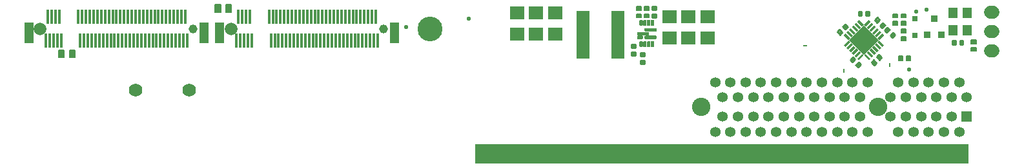
<source format=gts>
G75*
%MOIN*%
%OFA0B0*%
%FSLAX25Y25*%
%IPPOS*%
%LPD*%
%AMOC8*
5,1,8,0,0,1.08239X$1,22.5*
%
%ADD10C,0.12838*%
%ADD11R,2.55118X0.10433*%
%ADD12C,0.06933*%
%ADD13R,0.02165X0.00984*%
%ADD14R,0.00984X0.02165*%
%ADD15R,0.03390X0.08901*%
%ADD16R,0.01421X0.07622*%
%ADD17C,0.04571*%
%ADD18C,0.06539*%
%ADD19R,0.04964X0.11067*%
%ADD20C,0.05358*%
%ADD21R,0.05358X0.05358*%
%ADD22C,0.09492*%
%ADD23C,0.00651*%
%ADD24R,0.01240X0.03440*%
%ADD25R,0.10840X0.10840*%
%ADD26C,0.01041*%
%ADD27C,0.06602*%
%ADD28R,0.03390X0.03783*%
%ADD29R,0.02602X0.02602*%
%ADD30R,0.04571X0.05358*%
%ADD31C,0.00039*%
%ADD32R,0.07327X0.06539*%
%ADD33R,0.06657X0.24768*%
%ADD34C,0.00678*%
%ADD35C,0.02209*%
D10*
X0224597Y0078123D03*
D11*
X0375187Y0013260D03*
D12*
X0072431Y0046233D03*
X0099990Y0046233D03*
D13*
X0418002Y0069166D03*
D14*
X0438081Y0056371D03*
X0461782Y0059323D03*
D15*
X0460226Y0013752D03*
X0456289Y0013752D03*
X0452352Y0013752D03*
X0448415Y0013752D03*
X0444478Y0013752D03*
X0440541Y0013752D03*
X0436604Y0013752D03*
X0432667Y0013752D03*
X0428730Y0013752D03*
X0424793Y0013752D03*
X0420856Y0013752D03*
X0416919Y0013752D03*
X0412982Y0013752D03*
X0409045Y0013752D03*
X0389360Y0013752D03*
X0385423Y0013752D03*
X0381486Y0013752D03*
X0377549Y0013752D03*
X0373612Y0013752D03*
X0369675Y0013752D03*
X0365738Y0013752D03*
X0361801Y0013752D03*
X0357864Y0013752D03*
X0353927Y0013752D03*
X0349990Y0013752D03*
X0346053Y0013752D03*
X0342116Y0013752D03*
X0338179Y0013752D03*
X0334242Y0013752D03*
X0330305Y0013752D03*
X0326368Y0013752D03*
X0322431Y0013752D03*
X0318494Y0013752D03*
X0314557Y0013752D03*
X0310620Y0013752D03*
X0306683Y0013752D03*
X0302746Y0013752D03*
X0298809Y0013752D03*
X0294872Y0013752D03*
X0290935Y0013752D03*
X0286998Y0013752D03*
X0283061Y0013752D03*
X0279124Y0013752D03*
X0275187Y0013752D03*
X0271250Y0013752D03*
X0267313Y0013752D03*
X0263376Y0013752D03*
X0259439Y0013752D03*
X0255502Y0013752D03*
X0251565Y0013752D03*
X0464163Y0013752D03*
X0468100Y0013752D03*
X0472037Y0013752D03*
X0475975Y0013752D03*
X0479912Y0013752D03*
X0483849Y0013752D03*
X0487786Y0013752D03*
X0491723Y0013752D03*
X0495660Y0013752D03*
X0499597Y0013752D03*
D16*
X0197431Y0071971D03*
X0195463Y0071971D03*
X0193494Y0071971D03*
X0191526Y0071971D03*
X0189557Y0071971D03*
X0187589Y0071971D03*
X0185620Y0071971D03*
X0183652Y0071971D03*
X0181683Y0071971D03*
X0179715Y0071971D03*
X0177746Y0071971D03*
X0175778Y0071971D03*
X0173809Y0071971D03*
X0171841Y0071971D03*
X0169872Y0071971D03*
X0167904Y0071971D03*
X0165935Y0071971D03*
X0163967Y0071971D03*
X0161998Y0071971D03*
X0160030Y0071971D03*
X0158061Y0071971D03*
X0156093Y0071971D03*
X0154124Y0071971D03*
X0152156Y0071971D03*
X0150187Y0071971D03*
X0148219Y0071971D03*
X0146250Y0071971D03*
X0144282Y0071971D03*
X0142313Y0071971D03*
X0132471Y0071971D03*
X0130502Y0071971D03*
X0128534Y0071971D03*
X0126565Y0071971D03*
X0124597Y0071971D03*
X0099006Y0071971D03*
X0097037Y0071971D03*
X0095069Y0071971D03*
X0093100Y0071971D03*
X0091132Y0071971D03*
X0089163Y0071971D03*
X0087195Y0071971D03*
X0085226Y0071971D03*
X0083258Y0071971D03*
X0081289Y0071971D03*
X0079321Y0071971D03*
X0077352Y0071971D03*
X0075384Y0071971D03*
X0073415Y0071971D03*
X0071447Y0071971D03*
X0069478Y0071971D03*
X0067510Y0071971D03*
X0065541Y0071971D03*
X0063573Y0071971D03*
X0061604Y0071971D03*
X0059636Y0071971D03*
X0057667Y0071971D03*
X0055699Y0071971D03*
X0053730Y0071971D03*
X0051762Y0071971D03*
X0049793Y0071971D03*
X0047825Y0071971D03*
X0045856Y0071971D03*
X0043888Y0071971D03*
X0034045Y0071971D03*
X0032077Y0071971D03*
X0030108Y0071971D03*
X0028140Y0071971D03*
X0026171Y0071971D03*
X0027156Y0084274D03*
X0029124Y0084274D03*
X0031093Y0084274D03*
X0033061Y0084274D03*
X0042904Y0084274D03*
X0044872Y0084274D03*
X0046841Y0084274D03*
X0048809Y0084274D03*
X0050778Y0084274D03*
X0052746Y0084274D03*
X0054715Y0084274D03*
X0056683Y0084274D03*
X0058652Y0084274D03*
X0060620Y0084274D03*
X0062589Y0084274D03*
X0064557Y0084274D03*
X0066526Y0084274D03*
X0068494Y0084274D03*
X0070463Y0084274D03*
X0072431Y0084274D03*
X0074400Y0084274D03*
X0076368Y0084274D03*
X0078337Y0084274D03*
X0080305Y0084274D03*
X0082274Y0084274D03*
X0084242Y0084274D03*
X0086211Y0084274D03*
X0088179Y0084274D03*
X0090148Y0084274D03*
X0092116Y0084274D03*
X0094085Y0084274D03*
X0096053Y0084274D03*
X0098022Y0084274D03*
X0125581Y0084274D03*
X0127549Y0084274D03*
X0129518Y0084274D03*
X0131486Y0084274D03*
X0141329Y0084274D03*
X0143297Y0084274D03*
X0145266Y0084274D03*
X0147234Y0084274D03*
X0149203Y0084274D03*
X0151171Y0084274D03*
X0153140Y0084274D03*
X0155108Y0084274D03*
X0157077Y0084274D03*
X0159045Y0084274D03*
X0161014Y0084274D03*
X0162982Y0084274D03*
X0164951Y0084274D03*
X0166919Y0084274D03*
X0168888Y0084274D03*
X0170856Y0084274D03*
X0172825Y0084274D03*
X0174793Y0084274D03*
X0176762Y0084274D03*
X0178730Y0084274D03*
X0180699Y0084274D03*
X0182667Y0084274D03*
X0184636Y0084274D03*
X0186604Y0084274D03*
X0188573Y0084274D03*
X0190541Y0084274D03*
X0192510Y0084274D03*
X0194478Y0084274D03*
X0196447Y0084274D03*
D17*
X0200384Y0078123D03*
X0101959Y0078123D03*
D18*
X0121644Y0078123D03*
X0023219Y0078123D03*
D19*
X0017510Y0075957D03*
X0107667Y0075957D03*
X0115935Y0075957D03*
X0206093Y0075957D03*
D20*
X0371644Y0050367D03*
X0379518Y0050367D03*
X0387392Y0050367D03*
X0395266Y0050367D03*
X0403140Y0050367D03*
X0411014Y0050367D03*
X0418888Y0050367D03*
X0426762Y0050367D03*
X0434636Y0050367D03*
X0442510Y0050367D03*
X0450384Y0050367D03*
X0466132Y0050367D03*
X0474006Y0050367D03*
X0481880Y0050367D03*
X0489754Y0050367D03*
X0497628Y0050367D03*
X0493691Y0042493D03*
X0501565Y0042493D03*
X0485817Y0042493D03*
X0477943Y0042493D03*
X0470069Y0042493D03*
X0462195Y0042493D03*
X0446447Y0042493D03*
X0438573Y0042493D03*
X0430699Y0042493D03*
X0422825Y0042493D03*
X0414951Y0042493D03*
X0407077Y0042493D03*
X0399203Y0042493D03*
X0391329Y0042493D03*
X0383455Y0042493D03*
X0375581Y0042493D03*
X0375581Y0032650D03*
X0383455Y0032650D03*
X0391329Y0032650D03*
X0399203Y0032650D03*
X0407077Y0032650D03*
X0414951Y0032650D03*
X0422825Y0032650D03*
X0430699Y0032650D03*
X0438573Y0032650D03*
X0446447Y0032650D03*
X0462195Y0032650D03*
X0470069Y0032650D03*
X0477943Y0032650D03*
X0485817Y0032650D03*
X0493691Y0032650D03*
X0489754Y0024776D03*
X0481880Y0024776D03*
X0474006Y0024776D03*
X0466132Y0024776D03*
X0450384Y0024776D03*
X0442510Y0024776D03*
X0434636Y0024776D03*
X0426762Y0024776D03*
X0418888Y0024776D03*
X0411014Y0024776D03*
X0403140Y0024776D03*
X0395266Y0024776D03*
X0387392Y0024776D03*
X0379518Y0024776D03*
X0371644Y0024776D03*
X0497628Y0024776D03*
D21*
X0501565Y0032650D03*
D22*
X0455699Y0037571D03*
X0364557Y0037571D03*
D23*
X0466534Y0061595D02*
X0468486Y0061595D01*
X0466534Y0061595D02*
X0466534Y0063941D01*
X0468486Y0063941D01*
X0468486Y0061595D01*
X0468486Y0062245D02*
X0466534Y0062245D01*
X0466534Y0062895D02*
X0468486Y0062895D01*
X0468486Y0063545D02*
X0466534Y0063545D01*
X0470471Y0061595D02*
X0472423Y0061595D01*
X0470471Y0061595D02*
X0470471Y0063941D01*
X0472423Y0063941D01*
X0472423Y0061595D01*
X0472423Y0062245D02*
X0470471Y0062245D01*
X0470471Y0062895D02*
X0472423Y0062895D01*
X0472423Y0063545D02*
X0470471Y0063545D01*
X0470258Y0072028D02*
X0470258Y0073980D01*
X0470258Y0072028D02*
X0467912Y0072028D01*
X0467912Y0073980D01*
X0470258Y0073980D01*
X0470258Y0072678D02*
X0467912Y0072678D01*
X0467912Y0073328D02*
X0470258Y0073328D01*
X0470258Y0073978D02*
X0467912Y0073978D01*
X0470258Y0075965D02*
X0470258Y0077917D01*
X0470258Y0075965D02*
X0467912Y0075965D01*
X0467912Y0077917D01*
X0470258Y0077917D01*
X0470258Y0076615D02*
X0467912Y0076615D01*
X0467912Y0077265D02*
X0470258Y0077265D01*
X0470258Y0077915D02*
X0467912Y0077915D01*
X0467912Y0079902D02*
X0467912Y0081854D01*
X0470258Y0081854D01*
X0470258Y0079902D01*
X0467912Y0079902D01*
X0467912Y0080552D02*
X0470258Y0080552D01*
X0470258Y0081202D02*
X0467912Y0081202D01*
X0467912Y0081852D02*
X0470258Y0081852D01*
X0463581Y0081854D02*
X0463581Y0079902D01*
X0463581Y0081854D02*
X0465927Y0081854D01*
X0465927Y0079902D01*
X0463581Y0079902D01*
X0463581Y0080552D02*
X0465927Y0080552D01*
X0465927Y0081202D02*
X0463581Y0081202D01*
X0463581Y0081852D02*
X0465927Y0081852D01*
X0463581Y0083839D02*
X0463581Y0085791D01*
X0465927Y0085791D01*
X0465927Y0083839D01*
X0463581Y0083839D01*
X0463581Y0084489D02*
X0465927Y0084489D01*
X0465927Y0085139D02*
X0463581Y0085139D01*
X0463581Y0085789D02*
X0465927Y0085789D01*
X0467912Y0085791D02*
X0467912Y0083839D01*
X0467912Y0085791D02*
X0470258Y0085791D01*
X0470258Y0083839D01*
X0467912Y0083839D01*
X0467912Y0084489D02*
X0470258Y0084489D01*
X0470258Y0085139D02*
X0467912Y0085139D01*
X0467912Y0085789D02*
X0470258Y0085789D01*
X0503935Y0072406D02*
X0503935Y0070454D01*
X0503935Y0072406D02*
X0506281Y0072406D01*
X0506281Y0070454D01*
X0503935Y0070454D01*
X0503935Y0071104D02*
X0506281Y0071104D01*
X0506281Y0071754D02*
X0503935Y0071754D01*
X0503935Y0072404D02*
X0506281Y0072404D01*
X0503935Y0068469D02*
X0503935Y0066517D01*
X0503935Y0068469D02*
X0506281Y0068469D01*
X0506281Y0066517D01*
X0503935Y0066517D01*
X0503935Y0067167D02*
X0506281Y0067167D01*
X0506281Y0067817D02*
X0503935Y0067817D01*
X0503935Y0068467D02*
X0506281Y0068467D01*
X0337384Y0083839D02*
X0337384Y0085791D01*
X0337384Y0083839D02*
X0335038Y0083839D01*
X0335038Y0085791D01*
X0337384Y0085791D01*
X0337384Y0084489D02*
X0335038Y0084489D01*
X0335038Y0085139D02*
X0337384Y0085139D01*
X0337384Y0085789D02*
X0335038Y0085789D01*
X0333447Y0085791D02*
X0333447Y0083839D01*
X0331101Y0083839D01*
X0331101Y0085791D01*
X0333447Y0085791D01*
X0333447Y0084489D02*
X0331101Y0084489D01*
X0331101Y0085139D02*
X0333447Y0085139D01*
X0333447Y0085789D02*
X0331101Y0085789D01*
X0333447Y0087776D02*
X0333447Y0089728D01*
X0333447Y0087776D02*
X0331101Y0087776D01*
X0331101Y0089728D01*
X0333447Y0089728D01*
X0333447Y0088426D02*
X0331101Y0088426D01*
X0331101Y0089076D02*
X0333447Y0089076D01*
X0333447Y0089726D02*
X0331101Y0089726D01*
X0337384Y0089728D02*
X0337384Y0087776D01*
X0335038Y0087776D01*
X0335038Y0089728D01*
X0337384Y0089728D01*
X0337384Y0088426D02*
X0335038Y0088426D01*
X0335038Y0089076D02*
X0337384Y0089076D01*
X0337384Y0089726D02*
X0335038Y0089726D01*
D24*
G36*
X0441322Y0073228D02*
X0440445Y0072351D01*
X0438014Y0074782D01*
X0438891Y0075659D01*
X0441322Y0073228D01*
G37*
G36*
X0442714Y0074620D02*
X0441837Y0073743D01*
X0439406Y0076174D01*
X0440283Y0077051D01*
X0442714Y0074620D01*
G37*
G36*
X0444106Y0076012D02*
X0443229Y0075135D01*
X0440798Y0077566D01*
X0441675Y0078443D01*
X0444106Y0076012D01*
G37*
G36*
X0455156Y0078443D02*
X0456033Y0077566D01*
X0453602Y0075135D01*
X0452725Y0076012D01*
X0455156Y0078443D01*
G37*
G36*
X0453764Y0079835D02*
X0454641Y0078958D01*
X0452210Y0076527D01*
X0451333Y0077404D01*
X0453764Y0079835D01*
G37*
G36*
X0452372Y0081227D02*
X0453249Y0080350D01*
X0450818Y0077919D01*
X0449941Y0078796D01*
X0452372Y0081227D01*
G37*
G36*
X0450981Y0082619D02*
X0451858Y0081742D01*
X0449427Y0079311D01*
X0448550Y0080188D01*
X0450981Y0082619D01*
G37*
G36*
X0448281Y0080188D02*
X0447404Y0079311D01*
X0444973Y0081742D01*
X0445850Y0082619D01*
X0448281Y0080188D01*
G37*
G36*
X0446889Y0078796D02*
X0446012Y0077919D01*
X0443581Y0080350D01*
X0444458Y0081227D01*
X0446889Y0078796D01*
G37*
G36*
X0445497Y0077404D02*
X0444620Y0076527D01*
X0442189Y0078958D01*
X0443066Y0079835D01*
X0445497Y0077404D01*
G37*
G36*
X0456548Y0077051D02*
X0457425Y0076174D01*
X0454994Y0073743D01*
X0454117Y0074620D01*
X0456548Y0077051D01*
G37*
G36*
X0457940Y0075659D02*
X0458817Y0074782D01*
X0456386Y0072351D01*
X0455509Y0073228D01*
X0457940Y0075659D01*
G37*
G36*
X0458817Y0069652D02*
X0457940Y0068775D01*
X0455509Y0071206D01*
X0456386Y0072083D01*
X0458817Y0069652D01*
G37*
G36*
X0457425Y0068260D02*
X0456548Y0067383D01*
X0454117Y0069814D01*
X0454994Y0070691D01*
X0457425Y0068260D01*
G37*
G36*
X0456033Y0066868D02*
X0455156Y0065991D01*
X0452725Y0068422D01*
X0453602Y0069299D01*
X0456033Y0066868D01*
G37*
G36*
X0454641Y0065476D02*
X0453764Y0064599D01*
X0451333Y0067030D01*
X0452210Y0067907D01*
X0454641Y0065476D01*
G37*
G36*
X0453249Y0064084D02*
X0452372Y0063207D01*
X0449941Y0065638D01*
X0450818Y0066515D01*
X0453249Y0064084D01*
G37*
G36*
X0451858Y0062692D02*
X0450981Y0061815D01*
X0448550Y0064246D01*
X0449427Y0065123D01*
X0451858Y0062692D01*
G37*
G36*
X0447404Y0065123D02*
X0448281Y0064246D01*
X0445850Y0061815D01*
X0444973Y0062692D01*
X0447404Y0065123D01*
G37*
G36*
X0446012Y0066515D02*
X0446889Y0065638D01*
X0444458Y0063207D01*
X0443581Y0064084D01*
X0446012Y0066515D01*
G37*
G36*
X0444620Y0067907D02*
X0445497Y0067030D01*
X0443066Y0064599D01*
X0442189Y0065476D01*
X0444620Y0067907D01*
G37*
G36*
X0443229Y0069299D02*
X0444106Y0068422D01*
X0441675Y0065991D01*
X0440798Y0066868D01*
X0443229Y0069299D01*
G37*
G36*
X0441837Y0070691D02*
X0442714Y0069814D01*
X0440283Y0067383D01*
X0439406Y0068260D01*
X0441837Y0070691D01*
G37*
G36*
X0440445Y0072083D02*
X0441322Y0071206D01*
X0438891Y0068775D01*
X0438014Y0069652D01*
X0440445Y0072083D01*
G37*
D25*
G36*
X0440750Y0072217D02*
X0448415Y0079882D01*
X0456080Y0072217D01*
X0448415Y0064552D01*
X0440750Y0072217D01*
G37*
D26*
X0437243Y0076198D02*
X0436139Y0075094D01*
X0434757Y0076476D01*
X0435861Y0077580D01*
X0437243Y0076198D01*
X0437179Y0076134D02*
X0435099Y0076134D01*
X0435455Y0077174D02*
X0436267Y0077174D01*
X0438923Y0077878D02*
X0440027Y0078982D01*
X0438923Y0077878D02*
X0437541Y0079260D01*
X0438645Y0080364D01*
X0440027Y0078982D01*
X0439963Y0078918D02*
X0437883Y0078918D01*
X0438239Y0079958D02*
X0439051Y0079958D01*
X0455430Y0083907D02*
X0456534Y0082803D01*
X0455152Y0081421D01*
X0454048Y0082525D01*
X0455430Y0083907D01*
X0456192Y0082461D02*
X0454112Y0082461D01*
X0455024Y0083501D02*
X0455836Y0083501D01*
X0451165Y0086975D02*
X0449603Y0086975D01*
X0451165Y0086975D02*
X0451165Y0085019D01*
X0449603Y0085019D01*
X0449603Y0086975D01*
X0449603Y0086059D02*
X0451165Y0086059D01*
X0447228Y0086975D02*
X0445666Y0086975D01*
X0447228Y0086975D02*
X0447228Y0085019D01*
X0445666Y0085019D01*
X0445666Y0086975D01*
X0445666Y0086059D02*
X0447228Y0086059D01*
X0458214Y0081123D02*
X0459318Y0080019D01*
X0457936Y0078637D01*
X0456832Y0079741D01*
X0458214Y0081123D01*
X0458976Y0079677D02*
X0456896Y0079677D01*
X0457808Y0080717D02*
X0458620Y0080717D01*
X0459166Y0077407D02*
X0460270Y0076303D01*
X0459166Y0077407D02*
X0460548Y0078789D01*
X0461652Y0077685D01*
X0460270Y0076303D01*
X0461310Y0077343D02*
X0459230Y0077343D01*
X0460142Y0078383D02*
X0460954Y0078383D01*
X0461950Y0074623D02*
X0463054Y0073519D01*
X0461950Y0074623D02*
X0463332Y0076005D01*
X0464436Y0074901D01*
X0463054Y0073519D01*
X0464094Y0074559D02*
X0462014Y0074559D01*
X0462926Y0075599D02*
X0463738Y0075599D01*
X0494091Y0070058D02*
X0495653Y0070058D01*
X0494091Y0070058D02*
X0494091Y0072014D01*
X0495653Y0072014D01*
X0495653Y0070058D01*
X0495653Y0071098D02*
X0494091Y0071098D01*
X0498028Y0070058D02*
X0499590Y0070058D01*
X0498028Y0070058D02*
X0498028Y0072014D01*
X0499590Y0072014D01*
X0499590Y0070058D01*
X0499590Y0071098D02*
X0498028Y0071098D01*
X0456164Y0064616D02*
X0455060Y0063512D01*
X0456164Y0064616D02*
X0457546Y0063234D01*
X0456442Y0062130D01*
X0455060Y0063512D01*
X0455402Y0063170D02*
X0457482Y0063170D01*
X0456570Y0064210D02*
X0455758Y0064210D01*
X0453381Y0061832D02*
X0452277Y0060728D01*
X0453381Y0061832D02*
X0454763Y0060450D01*
X0453659Y0059346D01*
X0452277Y0060728D01*
X0452619Y0060386D02*
X0454699Y0060386D01*
X0453787Y0061426D02*
X0452975Y0061426D01*
X0445338Y0058165D02*
X0444234Y0059269D01*
X0445616Y0060651D01*
X0446720Y0059547D01*
X0445338Y0058165D01*
X0446378Y0059205D02*
X0444298Y0059205D01*
X0445210Y0060245D02*
X0446022Y0060245D01*
X0442554Y0060949D02*
X0441450Y0062053D01*
X0442832Y0063435D01*
X0443936Y0062331D01*
X0442554Y0060949D01*
X0443594Y0061989D02*
X0441514Y0061989D01*
X0442426Y0063029D02*
X0443238Y0063029D01*
X0339170Y0084034D02*
X0339170Y0085596D01*
X0341126Y0085596D01*
X0341126Y0084034D01*
X0339170Y0084034D01*
X0339170Y0085074D02*
X0341126Y0085074D01*
X0339170Y0087971D02*
X0339170Y0089533D01*
X0341126Y0089533D01*
X0341126Y0087971D01*
X0339170Y0087971D01*
X0339170Y0089011D02*
X0341126Y0089011D01*
X0328540Y0069848D02*
X0328540Y0068286D01*
X0328540Y0069848D02*
X0330496Y0069848D01*
X0330496Y0068286D01*
X0328540Y0068286D01*
X0328540Y0069326D02*
X0330496Y0069326D01*
X0328540Y0065911D02*
X0328540Y0064349D01*
X0328540Y0065911D02*
X0330496Y0065911D01*
X0330496Y0064349D01*
X0328540Y0064349D01*
X0328540Y0065389D02*
X0330496Y0065389D01*
X0333067Y0065518D02*
X0333067Y0063956D01*
X0333067Y0065518D02*
X0335023Y0065518D01*
X0335023Y0063956D01*
X0333067Y0063956D01*
X0333067Y0064996D02*
X0335023Y0064996D01*
X0333067Y0061581D02*
X0333067Y0060019D01*
X0333067Y0061581D02*
X0335023Y0061581D01*
X0335023Y0060019D01*
X0333067Y0060019D01*
X0333067Y0061059D02*
X0335023Y0061059D01*
D27*
X0513921Y0066548D02*
X0515193Y0066548D01*
X0515193Y0076548D02*
X0513921Y0076548D01*
X0513921Y0086548D02*
X0515193Y0086548D01*
D28*
X0484833Y0083241D03*
X0488573Y0074973D03*
X0481093Y0074973D03*
D29*
X0474793Y0074579D03*
X0474793Y0083241D03*
D30*
X0494282Y0086193D03*
X0501762Y0086193D03*
X0501762Y0077138D03*
X0494282Y0077138D03*
D31*
X0341132Y0077434D02*
X0341113Y0077312D01*
X0341057Y0077202D01*
X0340970Y0077115D01*
X0340860Y0077059D01*
X0340738Y0077040D01*
X0335620Y0077040D01*
X0335499Y0077059D01*
X0335389Y0077115D01*
X0335302Y0077202D01*
X0335246Y0077312D01*
X0335226Y0077434D01*
X0335226Y0078024D01*
X0335246Y0078146D01*
X0335302Y0078255D01*
X0335389Y0078343D01*
X0335499Y0078399D01*
X0335620Y0078418D01*
X0340738Y0078418D01*
X0340860Y0078399D01*
X0340970Y0078343D01*
X0341057Y0078255D01*
X0341113Y0078146D01*
X0341132Y0078024D01*
X0341132Y0077434D01*
X0341132Y0077442D02*
X0335226Y0077442D01*
X0335231Y0077405D02*
X0341127Y0077405D01*
X0341121Y0077367D02*
X0335237Y0077367D01*
X0335243Y0077329D02*
X0341115Y0077329D01*
X0341102Y0077291D02*
X0335256Y0077291D01*
X0335276Y0077253D02*
X0341083Y0077253D01*
X0341063Y0077215D02*
X0335295Y0077215D01*
X0335326Y0077177D02*
X0341032Y0077177D01*
X0340994Y0077139D02*
X0335364Y0077139D01*
X0335415Y0077102D02*
X0340943Y0077102D01*
X0340869Y0077064D02*
X0335490Y0077064D01*
X0335226Y0077480D02*
X0341132Y0077480D01*
X0341132Y0077518D02*
X0335226Y0077518D01*
X0335226Y0077556D02*
X0341132Y0077556D01*
X0341132Y0077594D02*
X0335226Y0077594D01*
X0335226Y0077632D02*
X0341132Y0077632D01*
X0341132Y0077670D02*
X0335226Y0077670D01*
X0335226Y0077708D02*
X0341132Y0077708D01*
X0341132Y0077746D02*
X0335226Y0077746D01*
X0335226Y0077783D02*
X0341132Y0077783D01*
X0341132Y0077821D02*
X0335226Y0077821D01*
X0335226Y0077859D02*
X0341132Y0077859D01*
X0341132Y0077897D02*
X0335226Y0077897D01*
X0335226Y0077935D02*
X0341132Y0077935D01*
X0341132Y0077973D02*
X0335226Y0077973D01*
X0335226Y0078011D02*
X0341132Y0078011D01*
X0341128Y0078049D02*
X0335230Y0078049D01*
X0335236Y0078086D02*
X0341122Y0078086D01*
X0341116Y0078124D02*
X0335242Y0078124D01*
X0335254Y0078162D02*
X0341104Y0078162D01*
X0341085Y0078200D02*
X0335273Y0078200D01*
X0335293Y0078238D02*
X0341066Y0078238D01*
X0341036Y0078276D02*
X0335322Y0078276D01*
X0335360Y0078314D02*
X0340999Y0078314D01*
X0340952Y0078352D02*
X0335407Y0078352D01*
X0335481Y0078390D02*
X0340878Y0078390D01*
X0339690Y0079969D02*
X0339580Y0079913D01*
X0339459Y0079894D01*
X0338868Y0079894D01*
X0338747Y0079913D01*
X0338637Y0079969D01*
X0338550Y0080056D01*
X0339777Y0080056D01*
X0339690Y0079969D01*
X0339701Y0079981D02*
X0338626Y0079981D01*
X0338588Y0080018D02*
X0339739Y0080018D01*
X0339777Y0080056D02*
X0339833Y0080166D01*
X0339852Y0080288D01*
X0339852Y0082256D01*
X0339833Y0082378D01*
X0339777Y0082488D01*
X0339690Y0082575D01*
X0339580Y0082631D01*
X0339459Y0082650D01*
X0338868Y0082650D01*
X0338747Y0082631D01*
X0338637Y0082575D01*
X0338550Y0082488D01*
X0338494Y0082378D01*
X0338475Y0082256D01*
X0338475Y0080288D01*
X0338494Y0080166D01*
X0338550Y0080056D01*
X0338530Y0080094D02*
X0339797Y0080094D01*
X0339816Y0080132D02*
X0338511Y0080132D01*
X0338493Y0080170D02*
X0339834Y0080170D01*
X0339840Y0080208D02*
X0338487Y0080208D01*
X0338481Y0080246D02*
X0339846Y0080246D01*
X0339852Y0080284D02*
X0338475Y0080284D01*
X0338475Y0080321D02*
X0339852Y0080321D01*
X0339852Y0080359D02*
X0338475Y0080359D01*
X0338475Y0080397D02*
X0339852Y0080397D01*
X0339852Y0080435D02*
X0338475Y0080435D01*
X0338475Y0080473D02*
X0339852Y0080473D01*
X0339852Y0080511D02*
X0338475Y0080511D01*
X0338475Y0080549D02*
X0339852Y0080549D01*
X0339852Y0080587D02*
X0338475Y0080587D01*
X0338475Y0080625D02*
X0339852Y0080625D01*
X0339852Y0080662D02*
X0338475Y0080662D01*
X0338475Y0080700D02*
X0339852Y0080700D01*
X0339852Y0080738D02*
X0338475Y0080738D01*
X0338475Y0080776D02*
X0339852Y0080776D01*
X0339852Y0080814D02*
X0338475Y0080814D01*
X0338475Y0080852D02*
X0339852Y0080852D01*
X0339852Y0080890D02*
X0338475Y0080890D01*
X0338475Y0080928D02*
X0339852Y0080928D01*
X0339852Y0080965D02*
X0338475Y0080965D01*
X0338475Y0081003D02*
X0339852Y0081003D01*
X0339852Y0081041D02*
X0338475Y0081041D01*
X0338475Y0081079D02*
X0339852Y0081079D01*
X0339852Y0081117D02*
X0338475Y0081117D01*
X0338475Y0081155D02*
X0339852Y0081155D01*
X0339852Y0081193D02*
X0338475Y0081193D01*
X0338475Y0081231D02*
X0339852Y0081231D01*
X0339852Y0081269D02*
X0338475Y0081269D01*
X0338475Y0081306D02*
X0339852Y0081306D01*
X0339852Y0081344D02*
X0338475Y0081344D01*
X0338475Y0081382D02*
X0339852Y0081382D01*
X0339852Y0081420D02*
X0338475Y0081420D01*
X0338475Y0081458D02*
X0339852Y0081458D01*
X0339852Y0081496D02*
X0338475Y0081496D01*
X0338475Y0081534D02*
X0339852Y0081534D01*
X0339852Y0081572D02*
X0338475Y0081572D01*
X0338475Y0081609D02*
X0339852Y0081609D01*
X0339852Y0081647D02*
X0338475Y0081647D01*
X0338475Y0081685D02*
X0339852Y0081685D01*
X0339852Y0081723D02*
X0338475Y0081723D01*
X0338475Y0081761D02*
X0339852Y0081761D01*
X0339852Y0081799D02*
X0338475Y0081799D01*
X0338475Y0081837D02*
X0339852Y0081837D01*
X0339852Y0081875D02*
X0338475Y0081875D01*
X0338475Y0081913D02*
X0339852Y0081913D01*
X0339852Y0081950D02*
X0338475Y0081950D01*
X0338475Y0081988D02*
X0339852Y0081988D01*
X0339852Y0082026D02*
X0338475Y0082026D01*
X0338475Y0082064D02*
X0339852Y0082064D01*
X0339852Y0082102D02*
X0338475Y0082102D01*
X0338475Y0082140D02*
X0339852Y0082140D01*
X0339852Y0082178D02*
X0338475Y0082178D01*
X0338475Y0082216D02*
X0339852Y0082216D01*
X0339852Y0082253D02*
X0338475Y0082253D01*
X0338480Y0082291D02*
X0339847Y0082291D01*
X0339841Y0082329D02*
X0338486Y0082329D01*
X0338492Y0082367D02*
X0339835Y0082367D01*
X0339819Y0082405D02*
X0338507Y0082405D01*
X0338527Y0082443D02*
X0339800Y0082443D01*
X0339781Y0082481D02*
X0338546Y0082481D01*
X0338581Y0082519D02*
X0339746Y0082519D01*
X0339709Y0082556D02*
X0338618Y0082556D01*
X0338675Y0082594D02*
X0339652Y0082594D01*
X0339571Y0082632D02*
X0338756Y0082632D01*
X0337865Y0082378D02*
X0337884Y0082256D01*
X0337884Y0080288D01*
X0337865Y0080166D01*
X0337809Y0080056D01*
X0336581Y0080056D01*
X0336525Y0080166D01*
X0336506Y0080288D01*
X0336506Y0082256D01*
X0336525Y0082378D01*
X0336581Y0082488D01*
X0336668Y0082575D01*
X0336778Y0082631D01*
X0336900Y0082650D01*
X0337490Y0082650D01*
X0337612Y0082631D01*
X0337722Y0082575D01*
X0337809Y0082488D01*
X0337865Y0082378D01*
X0337866Y0082367D02*
X0336524Y0082367D01*
X0336518Y0082329D02*
X0337872Y0082329D01*
X0337878Y0082291D02*
X0336512Y0082291D01*
X0336506Y0082253D02*
X0337884Y0082253D01*
X0337884Y0082216D02*
X0336506Y0082216D01*
X0336506Y0082178D02*
X0337884Y0082178D01*
X0337884Y0082140D02*
X0336506Y0082140D01*
X0336506Y0082102D02*
X0337884Y0082102D01*
X0337884Y0082064D02*
X0336506Y0082064D01*
X0336506Y0082026D02*
X0337884Y0082026D01*
X0337884Y0081988D02*
X0336506Y0081988D01*
X0336506Y0081950D02*
X0337884Y0081950D01*
X0337884Y0081913D02*
X0336506Y0081913D01*
X0336506Y0081875D02*
X0337884Y0081875D01*
X0337884Y0081837D02*
X0336506Y0081837D01*
X0336506Y0081799D02*
X0337884Y0081799D01*
X0337884Y0081761D02*
X0336506Y0081761D01*
X0336506Y0081723D02*
X0337884Y0081723D01*
X0337884Y0081685D02*
X0336506Y0081685D01*
X0336506Y0081647D02*
X0337884Y0081647D01*
X0337884Y0081609D02*
X0336506Y0081609D01*
X0336506Y0081572D02*
X0337884Y0081572D01*
X0337884Y0081534D02*
X0336506Y0081534D01*
X0336506Y0081496D02*
X0337884Y0081496D01*
X0337884Y0081458D02*
X0336506Y0081458D01*
X0336506Y0081420D02*
X0337884Y0081420D01*
X0337884Y0081382D02*
X0336506Y0081382D01*
X0336506Y0081344D02*
X0337884Y0081344D01*
X0337884Y0081306D02*
X0336506Y0081306D01*
X0336506Y0081269D02*
X0337884Y0081269D01*
X0337884Y0081231D02*
X0336506Y0081231D01*
X0336506Y0081193D02*
X0337884Y0081193D01*
X0337884Y0081155D02*
X0336506Y0081155D01*
X0336506Y0081117D02*
X0337884Y0081117D01*
X0337884Y0081079D02*
X0336506Y0081079D01*
X0336506Y0081041D02*
X0337884Y0081041D01*
X0337884Y0081003D02*
X0336506Y0081003D01*
X0336506Y0080965D02*
X0337884Y0080965D01*
X0337884Y0080928D02*
X0336506Y0080928D01*
X0336506Y0080890D02*
X0337884Y0080890D01*
X0337884Y0080852D02*
X0336506Y0080852D01*
X0336506Y0080814D02*
X0337884Y0080814D01*
X0337884Y0080776D02*
X0336506Y0080776D01*
X0336506Y0080738D02*
X0337884Y0080738D01*
X0337884Y0080700D02*
X0336506Y0080700D01*
X0336506Y0080662D02*
X0337884Y0080662D01*
X0337884Y0080625D02*
X0336506Y0080625D01*
X0336506Y0080587D02*
X0337884Y0080587D01*
X0337884Y0080549D02*
X0336506Y0080549D01*
X0336506Y0080511D02*
X0337884Y0080511D01*
X0337884Y0080473D02*
X0336506Y0080473D01*
X0336506Y0080435D02*
X0337884Y0080435D01*
X0337884Y0080397D02*
X0336506Y0080397D01*
X0336506Y0080359D02*
X0337884Y0080359D01*
X0337884Y0080321D02*
X0336506Y0080321D01*
X0336507Y0080284D02*
X0337883Y0080284D01*
X0337877Y0080246D02*
X0336513Y0080246D01*
X0336519Y0080208D02*
X0337871Y0080208D01*
X0337865Y0080170D02*
X0336525Y0080170D01*
X0336543Y0080132D02*
X0337847Y0080132D01*
X0337828Y0080094D02*
X0336562Y0080094D01*
X0336581Y0080056D02*
X0336668Y0079969D01*
X0336778Y0079913D01*
X0336900Y0079894D01*
X0337490Y0079894D01*
X0337612Y0079913D01*
X0337722Y0079969D01*
X0337809Y0080056D01*
X0337771Y0080018D02*
X0336619Y0080018D01*
X0336657Y0079981D02*
X0337733Y0079981D01*
X0337669Y0079943D02*
X0336721Y0079943D01*
X0336833Y0079905D02*
X0337557Y0079905D01*
X0338689Y0079943D02*
X0339638Y0079943D01*
X0339526Y0079905D02*
X0338801Y0079905D01*
X0337851Y0082405D02*
X0336539Y0082405D01*
X0336558Y0082443D02*
X0337832Y0082443D01*
X0337812Y0082481D02*
X0336578Y0082481D01*
X0336612Y0082519D02*
X0337778Y0082519D01*
X0337740Y0082556D02*
X0336650Y0082556D01*
X0336707Y0082594D02*
X0337683Y0082594D01*
X0337603Y0082632D02*
X0336787Y0082632D01*
X0335896Y0082378D02*
X0335915Y0082256D01*
X0335915Y0080288D01*
X0335896Y0080166D01*
X0335840Y0080056D01*
X0334613Y0080056D01*
X0334557Y0080166D01*
X0334538Y0080288D01*
X0334538Y0082256D01*
X0334557Y0082378D01*
X0334613Y0082488D01*
X0334700Y0082575D01*
X0334810Y0082631D01*
X0334931Y0082650D01*
X0335522Y0082650D01*
X0335643Y0082631D01*
X0335753Y0082575D01*
X0335840Y0082488D01*
X0335896Y0082378D01*
X0335898Y0082367D02*
X0334555Y0082367D01*
X0334549Y0082329D02*
X0335904Y0082329D01*
X0335910Y0082291D02*
X0334543Y0082291D01*
X0334538Y0082253D02*
X0335915Y0082253D01*
X0335915Y0082216D02*
X0334538Y0082216D01*
X0334538Y0082178D02*
X0335915Y0082178D01*
X0335915Y0082140D02*
X0334538Y0082140D01*
X0334538Y0082102D02*
X0335915Y0082102D01*
X0335915Y0082064D02*
X0334538Y0082064D01*
X0334538Y0082026D02*
X0335915Y0082026D01*
X0335915Y0081988D02*
X0334538Y0081988D01*
X0334538Y0081950D02*
X0335915Y0081950D01*
X0335915Y0081913D02*
X0334538Y0081913D01*
X0334538Y0081875D02*
X0335915Y0081875D01*
X0335915Y0081837D02*
X0334538Y0081837D01*
X0334538Y0081799D02*
X0335915Y0081799D01*
X0335915Y0081761D02*
X0334538Y0081761D01*
X0334538Y0081723D02*
X0335915Y0081723D01*
X0335915Y0081685D02*
X0334538Y0081685D01*
X0334538Y0081647D02*
X0335915Y0081647D01*
X0335915Y0081609D02*
X0334538Y0081609D01*
X0334538Y0081572D02*
X0335915Y0081572D01*
X0335915Y0081534D02*
X0334538Y0081534D01*
X0334538Y0081496D02*
X0335915Y0081496D01*
X0335915Y0081458D02*
X0334538Y0081458D01*
X0334538Y0081420D02*
X0335915Y0081420D01*
X0335915Y0081382D02*
X0334538Y0081382D01*
X0334538Y0081344D02*
X0335915Y0081344D01*
X0335915Y0081306D02*
X0334538Y0081306D01*
X0334538Y0081269D02*
X0335915Y0081269D01*
X0335915Y0081231D02*
X0334538Y0081231D01*
X0334538Y0081193D02*
X0335915Y0081193D01*
X0335915Y0081155D02*
X0334538Y0081155D01*
X0334538Y0081117D02*
X0335915Y0081117D01*
X0335915Y0081079D02*
X0334538Y0081079D01*
X0334538Y0081041D02*
X0335915Y0081041D01*
X0335915Y0081003D02*
X0334538Y0081003D01*
X0334538Y0080965D02*
X0335915Y0080965D01*
X0335915Y0080928D02*
X0334538Y0080928D01*
X0334538Y0080890D02*
X0335915Y0080890D01*
X0335915Y0080852D02*
X0334538Y0080852D01*
X0334538Y0080814D02*
X0335915Y0080814D01*
X0335915Y0080776D02*
X0334538Y0080776D01*
X0334538Y0080738D02*
X0335915Y0080738D01*
X0335915Y0080700D02*
X0334538Y0080700D01*
X0334538Y0080662D02*
X0335915Y0080662D01*
X0335915Y0080625D02*
X0334538Y0080625D01*
X0334538Y0080587D02*
X0335915Y0080587D01*
X0335915Y0080549D02*
X0334538Y0080549D01*
X0334538Y0080511D02*
X0335915Y0080511D01*
X0335915Y0080473D02*
X0334538Y0080473D01*
X0334538Y0080435D02*
X0335915Y0080435D01*
X0335915Y0080397D02*
X0334538Y0080397D01*
X0334538Y0080359D02*
X0335915Y0080359D01*
X0335915Y0080321D02*
X0334538Y0080321D01*
X0334538Y0080284D02*
X0335915Y0080284D01*
X0335909Y0080246D02*
X0334544Y0080246D01*
X0334550Y0080208D02*
X0335903Y0080208D01*
X0335897Y0080170D02*
X0334556Y0080170D01*
X0334574Y0080132D02*
X0335879Y0080132D01*
X0335859Y0080094D02*
X0334593Y0080094D01*
X0334613Y0080056D02*
X0334700Y0079969D01*
X0334810Y0079913D01*
X0334931Y0079894D01*
X0335522Y0079894D01*
X0335643Y0079913D01*
X0335753Y0079969D01*
X0335840Y0080056D01*
X0335802Y0080018D02*
X0334651Y0080018D01*
X0334689Y0079981D02*
X0335764Y0079981D01*
X0335701Y0079943D02*
X0334752Y0079943D01*
X0334864Y0079905D02*
X0335589Y0079905D01*
X0333928Y0080170D02*
X0332588Y0080170D01*
X0332588Y0080166D02*
X0332569Y0080288D01*
X0332569Y0082256D01*
X0332588Y0082378D01*
X0332644Y0082488D01*
X0332731Y0082575D01*
X0332841Y0082631D01*
X0332963Y0082650D01*
X0333553Y0082650D01*
X0333675Y0082631D01*
X0333785Y0082575D01*
X0333872Y0082488D01*
X0333928Y0082378D01*
X0333947Y0082256D01*
X0333947Y0080288D01*
X0333928Y0080166D01*
X0333872Y0080056D01*
X0332644Y0080056D01*
X0332588Y0080166D01*
X0332606Y0080132D02*
X0333910Y0080132D01*
X0333891Y0080094D02*
X0332625Y0080094D01*
X0332644Y0080056D02*
X0332731Y0079969D01*
X0332841Y0079913D01*
X0332963Y0079894D01*
X0333553Y0079894D01*
X0333675Y0079913D01*
X0333785Y0079969D01*
X0333872Y0080056D01*
X0333834Y0080018D02*
X0332682Y0080018D01*
X0332720Y0079981D02*
X0333796Y0079981D01*
X0333732Y0079943D02*
X0332784Y0079943D01*
X0332896Y0079905D02*
X0333620Y0079905D01*
X0333934Y0080208D02*
X0332582Y0080208D01*
X0332576Y0080246D02*
X0333940Y0080246D01*
X0333946Y0080284D02*
X0332570Y0080284D01*
X0332569Y0080321D02*
X0333947Y0080321D01*
X0333947Y0080359D02*
X0332569Y0080359D01*
X0332569Y0080397D02*
X0333947Y0080397D01*
X0333947Y0080435D02*
X0332569Y0080435D01*
X0332569Y0080473D02*
X0333947Y0080473D01*
X0333947Y0080511D02*
X0332569Y0080511D01*
X0332569Y0080549D02*
X0333947Y0080549D01*
X0333947Y0080587D02*
X0332569Y0080587D01*
X0332569Y0080625D02*
X0333947Y0080625D01*
X0333947Y0080662D02*
X0332569Y0080662D01*
X0332569Y0080700D02*
X0333947Y0080700D01*
X0333947Y0080738D02*
X0332569Y0080738D01*
X0332569Y0080776D02*
X0333947Y0080776D01*
X0333947Y0080814D02*
X0332569Y0080814D01*
X0332569Y0080852D02*
X0333947Y0080852D01*
X0333947Y0080890D02*
X0332569Y0080890D01*
X0332569Y0080928D02*
X0333947Y0080928D01*
X0333947Y0080965D02*
X0332569Y0080965D01*
X0332569Y0081003D02*
X0333947Y0081003D01*
X0333947Y0081041D02*
X0332569Y0081041D01*
X0332569Y0081079D02*
X0333947Y0081079D01*
X0333947Y0081117D02*
X0332569Y0081117D01*
X0332569Y0081155D02*
X0333947Y0081155D01*
X0333947Y0081193D02*
X0332569Y0081193D01*
X0332569Y0081231D02*
X0333947Y0081231D01*
X0333947Y0081269D02*
X0332569Y0081269D01*
X0332569Y0081306D02*
X0333947Y0081306D01*
X0333947Y0081344D02*
X0332569Y0081344D01*
X0332569Y0081382D02*
X0333947Y0081382D01*
X0333947Y0081420D02*
X0332569Y0081420D01*
X0332569Y0081458D02*
X0333947Y0081458D01*
X0333947Y0081496D02*
X0332569Y0081496D01*
X0332569Y0081534D02*
X0333947Y0081534D01*
X0333947Y0081572D02*
X0332569Y0081572D01*
X0332569Y0081609D02*
X0333947Y0081609D01*
X0333947Y0081647D02*
X0332569Y0081647D01*
X0332569Y0081685D02*
X0333947Y0081685D01*
X0333947Y0081723D02*
X0332569Y0081723D01*
X0332569Y0081761D02*
X0333947Y0081761D01*
X0333947Y0081799D02*
X0332569Y0081799D01*
X0332569Y0081837D02*
X0333947Y0081837D01*
X0333947Y0081875D02*
X0332569Y0081875D01*
X0332569Y0081913D02*
X0333947Y0081913D01*
X0333947Y0081950D02*
X0332569Y0081950D01*
X0332569Y0081988D02*
X0333947Y0081988D01*
X0333947Y0082026D02*
X0332569Y0082026D01*
X0332569Y0082064D02*
X0333947Y0082064D01*
X0333947Y0082102D02*
X0332569Y0082102D01*
X0332569Y0082140D02*
X0333947Y0082140D01*
X0333947Y0082178D02*
X0332569Y0082178D01*
X0332569Y0082216D02*
X0333947Y0082216D01*
X0333947Y0082253D02*
X0332569Y0082253D01*
X0332575Y0082291D02*
X0333941Y0082291D01*
X0333935Y0082329D02*
X0332581Y0082329D01*
X0332587Y0082367D02*
X0333929Y0082367D01*
X0333914Y0082405D02*
X0332602Y0082405D01*
X0332621Y0082443D02*
X0333895Y0082443D01*
X0333875Y0082481D02*
X0332641Y0082481D01*
X0332675Y0082519D02*
X0333841Y0082519D01*
X0333803Y0082556D02*
X0332713Y0082556D01*
X0332770Y0082594D02*
X0333746Y0082594D01*
X0333666Y0082632D02*
X0332850Y0082632D01*
X0334570Y0082405D02*
X0335882Y0082405D01*
X0335863Y0082443D02*
X0334590Y0082443D01*
X0334609Y0082481D02*
X0335844Y0082481D01*
X0335809Y0082519D02*
X0334644Y0082519D01*
X0334681Y0082556D02*
X0335772Y0082556D01*
X0335715Y0082594D02*
X0334738Y0082594D01*
X0334819Y0082632D02*
X0335634Y0082632D01*
X0336801Y0076449D02*
X0331683Y0076449D01*
X0331562Y0076430D01*
X0331452Y0076374D01*
X0331365Y0076287D01*
X0331309Y0076177D01*
X0331289Y0076056D01*
X0331289Y0075465D01*
X0331309Y0075343D01*
X0331365Y0075234D01*
X0331452Y0075147D01*
X0331562Y0075091D01*
X0331683Y0075071D01*
X0336801Y0075071D01*
X0336923Y0075091D01*
X0337033Y0075147D01*
X0337120Y0075234D01*
X0337176Y0075343D01*
X0337195Y0075465D01*
X0337195Y0076056D01*
X0337176Y0076177D01*
X0337120Y0076287D01*
X0337033Y0076374D01*
X0336923Y0076430D01*
X0336801Y0076449D01*
X0336943Y0076420D02*
X0331541Y0076420D01*
X0331467Y0076382D02*
X0337018Y0076382D01*
X0337063Y0076344D02*
X0331422Y0076344D01*
X0331384Y0076306D02*
X0337101Y0076306D01*
X0337129Y0076268D02*
X0331355Y0076268D01*
X0331336Y0076230D02*
X0337149Y0076230D01*
X0337168Y0076192D02*
X0331316Y0076192D01*
X0331305Y0076155D02*
X0337179Y0076155D01*
X0337185Y0076117D02*
X0331299Y0076117D01*
X0331293Y0076079D02*
X0337191Y0076079D01*
X0337195Y0076041D02*
X0331289Y0076041D01*
X0331289Y0076003D02*
X0337195Y0076003D01*
X0337195Y0075965D02*
X0331289Y0075965D01*
X0331289Y0075927D02*
X0337195Y0075927D01*
X0337195Y0075889D02*
X0331289Y0075889D01*
X0331289Y0075851D02*
X0337195Y0075851D01*
X0337195Y0075814D02*
X0331289Y0075814D01*
X0331289Y0075776D02*
X0337195Y0075776D01*
X0337195Y0075738D02*
X0331289Y0075738D01*
X0331289Y0075700D02*
X0337195Y0075700D01*
X0337195Y0075662D02*
X0331289Y0075662D01*
X0331289Y0075624D02*
X0337195Y0075624D01*
X0337195Y0075586D02*
X0331289Y0075586D01*
X0331289Y0075548D02*
X0337195Y0075548D01*
X0337195Y0075511D02*
X0331289Y0075511D01*
X0331289Y0075473D02*
X0337195Y0075473D01*
X0337190Y0075435D02*
X0331294Y0075435D01*
X0331300Y0075397D02*
X0337184Y0075397D01*
X0337178Y0075359D02*
X0331306Y0075359D01*
X0331320Y0075321D02*
X0337164Y0075321D01*
X0337145Y0075283D02*
X0331339Y0075283D01*
X0331359Y0075245D02*
X0337126Y0075245D01*
X0337094Y0075207D02*
X0331391Y0075207D01*
X0331429Y0075170D02*
X0337056Y0075170D01*
X0337004Y0075132D02*
X0331481Y0075132D01*
X0331555Y0075094D02*
X0336929Y0075094D01*
X0335620Y0074481D02*
X0340738Y0074481D01*
X0340860Y0074462D01*
X0340970Y0074406D01*
X0341057Y0074318D01*
X0341113Y0074209D01*
X0341132Y0074087D01*
X0341132Y0073497D01*
X0341113Y0073375D01*
X0341057Y0073265D01*
X0340970Y0073178D01*
X0340860Y0073122D01*
X0340738Y0073103D01*
X0335620Y0073103D01*
X0335499Y0073122D01*
X0335389Y0073178D01*
X0335302Y0073265D01*
X0335246Y0073375D01*
X0335226Y0073497D01*
X0335226Y0074087D01*
X0335246Y0074209D01*
X0335302Y0074318D01*
X0335389Y0074406D01*
X0335499Y0074462D01*
X0335620Y0074481D01*
X0335476Y0074450D02*
X0340883Y0074450D01*
X0340957Y0074412D02*
X0335401Y0074412D01*
X0335357Y0074374D02*
X0341001Y0074374D01*
X0341039Y0074336D02*
X0335319Y0074336D01*
X0335291Y0074298D02*
X0341067Y0074298D01*
X0341086Y0074260D02*
X0335272Y0074260D01*
X0335253Y0074223D02*
X0341106Y0074223D01*
X0341117Y0074185D02*
X0335242Y0074185D01*
X0335236Y0074147D02*
X0341123Y0074147D01*
X0341129Y0074109D02*
X0335230Y0074109D01*
X0335226Y0074071D02*
X0341132Y0074071D01*
X0341132Y0074033D02*
X0335226Y0074033D01*
X0335226Y0073995D02*
X0341132Y0073995D01*
X0341132Y0073957D02*
X0335226Y0073957D01*
X0335226Y0073920D02*
X0341132Y0073920D01*
X0341132Y0073882D02*
X0335226Y0073882D01*
X0335226Y0073844D02*
X0341132Y0073844D01*
X0341132Y0073806D02*
X0335226Y0073806D01*
X0335226Y0073768D02*
X0341132Y0073768D01*
X0341132Y0073730D02*
X0335226Y0073730D01*
X0335226Y0073692D02*
X0341132Y0073692D01*
X0341132Y0073654D02*
X0335226Y0073654D01*
X0335226Y0073616D02*
X0341132Y0073616D01*
X0341132Y0073579D02*
X0335226Y0073579D01*
X0335226Y0073541D02*
X0341132Y0073541D01*
X0341132Y0073503D02*
X0335226Y0073503D01*
X0335231Y0073465D02*
X0341127Y0073465D01*
X0341121Y0073427D02*
X0335237Y0073427D01*
X0335243Y0073389D02*
X0341115Y0073389D01*
X0341101Y0073351D02*
X0335258Y0073351D01*
X0335277Y0073313D02*
X0341081Y0073313D01*
X0341062Y0073276D02*
X0335296Y0073276D01*
X0335329Y0073238D02*
X0341029Y0073238D01*
X0340991Y0073200D02*
X0335367Y0073200D01*
X0335420Y0073162D02*
X0340938Y0073162D01*
X0340864Y0073124D02*
X0335495Y0073124D01*
X0334026Y0073375D02*
X0333970Y0073265D01*
X0333883Y0073178D01*
X0333773Y0073122D01*
X0333652Y0073103D01*
X0331683Y0073103D01*
X0331562Y0073122D01*
X0331452Y0073178D01*
X0331365Y0073265D01*
X0331309Y0073375D01*
X0331289Y0073497D01*
X0331289Y0074087D01*
X0331309Y0074209D01*
X0331365Y0074318D01*
X0331452Y0074406D01*
X0331562Y0074462D01*
X0331683Y0074481D01*
X0333652Y0074481D01*
X0333773Y0074462D01*
X0333883Y0074406D01*
X0333970Y0074318D01*
X0334026Y0074209D01*
X0334045Y0074087D01*
X0334045Y0073497D01*
X0334026Y0073375D01*
X0334028Y0073389D02*
X0331306Y0073389D01*
X0331300Y0073427D02*
X0334034Y0073427D01*
X0334040Y0073465D02*
X0331294Y0073465D01*
X0331289Y0073503D02*
X0334045Y0073503D01*
X0334045Y0073541D02*
X0331289Y0073541D01*
X0331289Y0073579D02*
X0334045Y0073579D01*
X0334045Y0073616D02*
X0331289Y0073616D01*
X0331289Y0073654D02*
X0334045Y0073654D01*
X0334045Y0073692D02*
X0331289Y0073692D01*
X0331289Y0073730D02*
X0334045Y0073730D01*
X0334045Y0073768D02*
X0331289Y0073768D01*
X0331289Y0073806D02*
X0334045Y0073806D01*
X0334045Y0073844D02*
X0331289Y0073844D01*
X0331289Y0073882D02*
X0334045Y0073882D01*
X0334045Y0073920D02*
X0331289Y0073920D01*
X0331289Y0073957D02*
X0334045Y0073957D01*
X0334045Y0073995D02*
X0331289Y0073995D01*
X0331289Y0074033D02*
X0334045Y0074033D01*
X0334045Y0074071D02*
X0331289Y0074071D01*
X0331293Y0074109D02*
X0334042Y0074109D01*
X0334036Y0074147D02*
X0331299Y0074147D01*
X0331305Y0074185D02*
X0334030Y0074185D01*
X0334019Y0074223D02*
X0331316Y0074223D01*
X0331335Y0074260D02*
X0334000Y0074260D01*
X0333980Y0074298D02*
X0331354Y0074298D01*
X0331382Y0074336D02*
X0333952Y0074336D01*
X0333915Y0074374D02*
X0331420Y0074374D01*
X0331464Y0074412D02*
X0333871Y0074412D01*
X0333796Y0074450D02*
X0331539Y0074450D01*
X0331321Y0073351D02*
X0334014Y0073351D01*
X0333995Y0073313D02*
X0331340Y0073313D01*
X0331359Y0073276D02*
X0333976Y0073276D01*
X0333943Y0073238D02*
X0331392Y0073238D01*
X0331430Y0073200D02*
X0333905Y0073200D01*
X0333851Y0073162D02*
X0331483Y0073162D01*
X0331558Y0073124D02*
X0333777Y0073124D01*
X0333553Y0071626D02*
X0332963Y0071626D01*
X0332841Y0071607D01*
X0332731Y0071551D01*
X0332644Y0071464D01*
X0332588Y0071354D01*
X0332569Y0071233D01*
X0332569Y0069264D01*
X0332588Y0069143D01*
X0332644Y0069033D01*
X0332731Y0068946D01*
X0332841Y0068890D01*
X0332963Y0068871D01*
X0333553Y0068871D01*
X0333675Y0068890D01*
X0333785Y0068946D01*
X0333872Y0069033D01*
X0333928Y0069143D01*
X0333947Y0069264D01*
X0333947Y0071233D01*
X0333928Y0071354D01*
X0333872Y0071464D01*
X0333785Y0071551D01*
X0333675Y0071607D01*
X0333553Y0071626D01*
X0333665Y0071609D02*
X0332851Y0071609D01*
X0332770Y0071571D02*
X0333746Y0071571D01*
X0333803Y0071533D02*
X0332713Y0071533D01*
X0332675Y0071495D02*
X0333841Y0071495D01*
X0333875Y0071457D02*
X0332641Y0071457D01*
X0332621Y0071419D02*
X0333895Y0071419D01*
X0333914Y0071381D02*
X0332602Y0071381D01*
X0332587Y0071344D02*
X0333929Y0071344D01*
X0333935Y0071306D02*
X0332581Y0071306D01*
X0332575Y0071268D02*
X0333941Y0071268D01*
X0333947Y0071230D02*
X0332569Y0071230D01*
X0332569Y0071192D02*
X0333947Y0071192D01*
X0333947Y0071154D02*
X0332569Y0071154D01*
X0332569Y0071116D02*
X0333947Y0071116D01*
X0333947Y0071078D02*
X0332569Y0071078D01*
X0332569Y0071041D02*
X0333947Y0071041D01*
X0333947Y0071003D02*
X0332569Y0071003D01*
X0332569Y0070965D02*
X0333947Y0070965D01*
X0333947Y0070927D02*
X0332569Y0070927D01*
X0332569Y0070889D02*
X0333947Y0070889D01*
X0333947Y0070851D02*
X0332569Y0070851D01*
X0332569Y0070813D02*
X0333947Y0070813D01*
X0333947Y0070775D02*
X0332569Y0070775D01*
X0332569Y0070737D02*
X0333947Y0070737D01*
X0333947Y0070700D02*
X0332569Y0070700D01*
X0332569Y0070662D02*
X0333947Y0070662D01*
X0333947Y0070624D02*
X0332569Y0070624D01*
X0332569Y0070586D02*
X0333947Y0070586D01*
X0333947Y0070548D02*
X0332569Y0070548D01*
X0332569Y0070510D02*
X0333947Y0070510D01*
X0333947Y0070472D02*
X0332569Y0070472D01*
X0332569Y0070434D02*
X0333947Y0070434D01*
X0333947Y0070397D02*
X0332569Y0070397D01*
X0332569Y0070359D02*
X0333947Y0070359D01*
X0333947Y0070321D02*
X0332569Y0070321D01*
X0332569Y0070283D02*
X0333947Y0070283D01*
X0333947Y0070245D02*
X0332569Y0070245D01*
X0332569Y0070207D02*
X0333947Y0070207D01*
X0333947Y0070169D02*
X0332569Y0070169D01*
X0332569Y0070131D02*
X0333947Y0070131D01*
X0333947Y0070094D02*
X0332569Y0070094D01*
X0332569Y0070056D02*
X0333947Y0070056D01*
X0333947Y0070018D02*
X0332569Y0070018D01*
X0332569Y0069980D02*
X0333947Y0069980D01*
X0333947Y0069942D02*
X0332569Y0069942D01*
X0332569Y0069904D02*
X0333947Y0069904D01*
X0333947Y0069866D02*
X0332569Y0069866D01*
X0332569Y0069828D02*
X0333947Y0069828D01*
X0333947Y0069790D02*
X0332569Y0069790D01*
X0332569Y0069753D02*
X0333947Y0069753D01*
X0333947Y0069715D02*
X0332569Y0069715D01*
X0332569Y0069677D02*
X0333947Y0069677D01*
X0333947Y0069639D02*
X0332569Y0069639D01*
X0332569Y0069601D02*
X0333947Y0069601D01*
X0333947Y0069563D02*
X0332569Y0069563D01*
X0332569Y0069525D02*
X0333947Y0069525D01*
X0333947Y0069487D02*
X0332569Y0069487D01*
X0332569Y0069450D02*
X0333947Y0069450D01*
X0333947Y0069412D02*
X0332569Y0069412D01*
X0332569Y0069374D02*
X0333947Y0069374D01*
X0333947Y0069336D02*
X0332569Y0069336D01*
X0332569Y0069298D02*
X0333947Y0069298D01*
X0333946Y0069260D02*
X0332570Y0069260D01*
X0332576Y0069222D02*
X0333940Y0069222D01*
X0333934Y0069184D02*
X0332582Y0069184D01*
X0332588Y0069146D02*
X0333928Y0069146D01*
X0333910Y0069109D02*
X0332606Y0069109D01*
X0332625Y0069071D02*
X0333891Y0069071D01*
X0333872Y0069033D02*
X0332644Y0069033D01*
X0332682Y0068995D02*
X0333834Y0068995D01*
X0333796Y0068957D02*
X0332720Y0068957D01*
X0332783Y0068919D02*
X0333733Y0068919D01*
X0333621Y0068881D02*
X0332895Y0068881D01*
X0334556Y0069146D02*
X0335897Y0069146D01*
X0335896Y0069143D02*
X0335840Y0069033D01*
X0334613Y0069033D01*
X0334557Y0069143D01*
X0334538Y0069264D01*
X0334538Y0071233D01*
X0334557Y0071354D01*
X0334613Y0071464D01*
X0334700Y0071551D01*
X0334810Y0071607D01*
X0334931Y0071626D01*
X0335522Y0071626D01*
X0335643Y0071607D01*
X0335753Y0071551D01*
X0335840Y0071464D01*
X0335896Y0071354D01*
X0335915Y0071233D01*
X0335915Y0069264D01*
X0335896Y0069143D01*
X0335879Y0069109D02*
X0334574Y0069109D01*
X0334593Y0069071D02*
X0335860Y0069071D01*
X0335840Y0069033D02*
X0335753Y0068946D01*
X0335643Y0068890D01*
X0335522Y0068871D01*
X0334931Y0068871D01*
X0334810Y0068890D01*
X0334700Y0068946D01*
X0334613Y0069033D01*
X0334651Y0068995D02*
X0335802Y0068995D01*
X0335764Y0068957D02*
X0334688Y0068957D01*
X0334752Y0068919D02*
X0335701Y0068919D01*
X0335590Y0068881D02*
X0334863Y0068881D01*
X0334550Y0069184D02*
X0335903Y0069184D01*
X0335909Y0069222D02*
X0334544Y0069222D01*
X0334538Y0069260D02*
X0335915Y0069260D01*
X0335915Y0069298D02*
X0334538Y0069298D01*
X0334538Y0069336D02*
X0335915Y0069336D01*
X0335915Y0069374D02*
X0334538Y0069374D01*
X0334538Y0069412D02*
X0335915Y0069412D01*
X0335915Y0069450D02*
X0334538Y0069450D01*
X0334538Y0069487D02*
X0335915Y0069487D01*
X0335915Y0069525D02*
X0334538Y0069525D01*
X0334538Y0069563D02*
X0335915Y0069563D01*
X0335915Y0069601D02*
X0334538Y0069601D01*
X0334538Y0069639D02*
X0335915Y0069639D01*
X0335915Y0069677D02*
X0334538Y0069677D01*
X0334538Y0069715D02*
X0335915Y0069715D01*
X0335915Y0069753D02*
X0334538Y0069753D01*
X0334538Y0069790D02*
X0335915Y0069790D01*
X0335915Y0069828D02*
X0334538Y0069828D01*
X0334538Y0069866D02*
X0335915Y0069866D01*
X0335915Y0069904D02*
X0334538Y0069904D01*
X0334538Y0069942D02*
X0335915Y0069942D01*
X0335915Y0069980D02*
X0334538Y0069980D01*
X0334538Y0070018D02*
X0335915Y0070018D01*
X0335915Y0070056D02*
X0334538Y0070056D01*
X0334538Y0070094D02*
X0335915Y0070094D01*
X0335915Y0070131D02*
X0334538Y0070131D01*
X0334538Y0070169D02*
X0335915Y0070169D01*
X0335915Y0070207D02*
X0334538Y0070207D01*
X0334538Y0070245D02*
X0335915Y0070245D01*
X0335915Y0070283D02*
X0334538Y0070283D01*
X0334538Y0070321D02*
X0335915Y0070321D01*
X0335915Y0070359D02*
X0334538Y0070359D01*
X0334538Y0070397D02*
X0335915Y0070397D01*
X0335915Y0070434D02*
X0334538Y0070434D01*
X0334538Y0070472D02*
X0335915Y0070472D01*
X0335915Y0070510D02*
X0334538Y0070510D01*
X0334538Y0070548D02*
X0335915Y0070548D01*
X0335915Y0070586D02*
X0334538Y0070586D01*
X0334538Y0070624D02*
X0335915Y0070624D01*
X0335915Y0070662D02*
X0334538Y0070662D01*
X0334538Y0070700D02*
X0335915Y0070700D01*
X0335915Y0070737D02*
X0334538Y0070737D01*
X0334538Y0070775D02*
X0335915Y0070775D01*
X0335915Y0070813D02*
X0334538Y0070813D01*
X0334538Y0070851D02*
X0335915Y0070851D01*
X0335915Y0070889D02*
X0334538Y0070889D01*
X0334538Y0070927D02*
X0335915Y0070927D01*
X0335915Y0070965D02*
X0334538Y0070965D01*
X0334538Y0071003D02*
X0335915Y0071003D01*
X0335915Y0071041D02*
X0334538Y0071041D01*
X0334538Y0071078D02*
X0335915Y0071078D01*
X0335915Y0071116D02*
X0334538Y0071116D01*
X0334538Y0071154D02*
X0335915Y0071154D01*
X0335915Y0071192D02*
X0334538Y0071192D01*
X0334538Y0071230D02*
X0335915Y0071230D01*
X0335910Y0071268D02*
X0334543Y0071268D01*
X0334549Y0071306D02*
X0335904Y0071306D01*
X0335898Y0071344D02*
X0334555Y0071344D01*
X0334571Y0071381D02*
X0335882Y0071381D01*
X0335863Y0071419D02*
X0334590Y0071419D01*
X0334609Y0071457D02*
X0335844Y0071457D01*
X0335809Y0071495D02*
X0334644Y0071495D01*
X0334682Y0071533D02*
X0335771Y0071533D01*
X0335715Y0071571D02*
X0334738Y0071571D01*
X0334819Y0071609D02*
X0335633Y0071609D01*
X0336525Y0071354D02*
X0336581Y0071464D01*
X0336668Y0071551D01*
X0336778Y0071607D01*
X0336900Y0071626D01*
X0337490Y0071626D01*
X0337612Y0071607D01*
X0337722Y0071551D01*
X0337809Y0071464D01*
X0337865Y0071354D01*
X0337884Y0071233D01*
X0337884Y0069264D01*
X0337865Y0069143D01*
X0337809Y0069033D01*
X0337722Y0068946D01*
X0337612Y0068890D01*
X0337490Y0068871D01*
X0336900Y0068871D01*
X0336778Y0068890D01*
X0336668Y0068946D01*
X0336581Y0069033D01*
X0336525Y0069143D01*
X0336506Y0069264D01*
X0336506Y0071233D01*
X0336525Y0071354D01*
X0336524Y0071344D02*
X0337866Y0071344D01*
X0337872Y0071306D02*
X0336518Y0071306D01*
X0336512Y0071268D02*
X0337878Y0071268D01*
X0337884Y0071230D02*
X0336506Y0071230D01*
X0336506Y0071192D02*
X0337884Y0071192D01*
X0337884Y0071154D02*
X0336506Y0071154D01*
X0336506Y0071116D02*
X0337884Y0071116D01*
X0337884Y0071078D02*
X0336506Y0071078D01*
X0336506Y0071041D02*
X0337884Y0071041D01*
X0337884Y0071003D02*
X0336506Y0071003D01*
X0336506Y0070965D02*
X0337884Y0070965D01*
X0337884Y0070927D02*
X0336506Y0070927D01*
X0336506Y0070889D02*
X0337884Y0070889D01*
X0337884Y0070851D02*
X0336506Y0070851D01*
X0336506Y0070813D02*
X0337884Y0070813D01*
X0337884Y0070775D02*
X0336506Y0070775D01*
X0336506Y0070737D02*
X0337884Y0070737D01*
X0337884Y0070700D02*
X0336506Y0070700D01*
X0336506Y0070662D02*
X0337884Y0070662D01*
X0337884Y0070624D02*
X0336506Y0070624D01*
X0336506Y0070586D02*
X0337884Y0070586D01*
X0337884Y0070548D02*
X0336506Y0070548D01*
X0336506Y0070510D02*
X0337884Y0070510D01*
X0337884Y0070472D02*
X0336506Y0070472D01*
X0336506Y0070434D02*
X0337884Y0070434D01*
X0337884Y0070397D02*
X0336506Y0070397D01*
X0336506Y0070359D02*
X0337884Y0070359D01*
X0337884Y0070321D02*
X0336506Y0070321D01*
X0336506Y0070283D02*
X0337884Y0070283D01*
X0337884Y0070245D02*
X0336506Y0070245D01*
X0336506Y0070207D02*
X0337884Y0070207D01*
X0337884Y0070169D02*
X0336506Y0070169D01*
X0336506Y0070131D02*
X0337884Y0070131D01*
X0337884Y0070094D02*
X0336506Y0070094D01*
X0336506Y0070056D02*
X0337884Y0070056D01*
X0337884Y0070018D02*
X0336506Y0070018D01*
X0336506Y0069980D02*
X0337884Y0069980D01*
X0337884Y0069942D02*
X0336506Y0069942D01*
X0336506Y0069904D02*
X0337884Y0069904D01*
X0337884Y0069866D02*
X0336506Y0069866D01*
X0336506Y0069828D02*
X0337884Y0069828D01*
X0337884Y0069790D02*
X0336506Y0069790D01*
X0336506Y0069753D02*
X0337884Y0069753D01*
X0337884Y0069715D02*
X0336506Y0069715D01*
X0336506Y0069677D02*
X0337884Y0069677D01*
X0337884Y0069639D02*
X0336506Y0069639D01*
X0336506Y0069601D02*
X0337884Y0069601D01*
X0337884Y0069563D02*
X0336506Y0069563D01*
X0336506Y0069525D02*
X0337884Y0069525D01*
X0337884Y0069487D02*
X0336506Y0069487D01*
X0336506Y0069450D02*
X0337884Y0069450D01*
X0337884Y0069412D02*
X0336506Y0069412D01*
X0336506Y0069374D02*
X0337884Y0069374D01*
X0337884Y0069336D02*
X0336506Y0069336D01*
X0336506Y0069298D02*
X0337884Y0069298D01*
X0337883Y0069260D02*
X0336507Y0069260D01*
X0336513Y0069222D02*
X0337877Y0069222D01*
X0337871Y0069184D02*
X0336519Y0069184D01*
X0336525Y0069146D02*
X0337865Y0069146D01*
X0337847Y0069109D02*
X0336543Y0069109D01*
X0336562Y0069071D02*
X0337828Y0069071D01*
X0337809Y0069033D02*
X0336581Y0069033D01*
X0336619Y0068995D02*
X0337771Y0068995D01*
X0337733Y0068957D02*
X0336657Y0068957D01*
X0336720Y0068919D02*
X0337670Y0068919D01*
X0337558Y0068881D02*
X0336832Y0068881D01*
X0338493Y0069146D02*
X0339834Y0069146D01*
X0339833Y0069143D02*
X0339777Y0069033D01*
X0338550Y0069033D01*
X0338494Y0069143D01*
X0338475Y0069264D01*
X0338475Y0071233D01*
X0338494Y0071354D01*
X0338550Y0071464D01*
X0338637Y0071551D01*
X0338747Y0071607D01*
X0338868Y0071626D01*
X0339459Y0071626D01*
X0339580Y0071607D01*
X0339690Y0071551D01*
X0339777Y0071464D01*
X0339833Y0071354D01*
X0339852Y0071233D01*
X0339852Y0069264D01*
X0339833Y0069143D01*
X0339816Y0069109D02*
X0338511Y0069109D01*
X0338530Y0069071D02*
X0339797Y0069071D01*
X0339777Y0069033D02*
X0339690Y0068946D01*
X0339580Y0068890D01*
X0339459Y0068871D01*
X0338868Y0068871D01*
X0338747Y0068890D01*
X0338637Y0068946D01*
X0338550Y0069033D01*
X0338588Y0068995D02*
X0339739Y0068995D01*
X0339702Y0068957D02*
X0338625Y0068957D01*
X0338689Y0068919D02*
X0339638Y0068919D01*
X0339527Y0068881D02*
X0338800Y0068881D01*
X0338487Y0069184D02*
X0339840Y0069184D01*
X0339846Y0069222D02*
X0338481Y0069222D01*
X0338475Y0069260D02*
X0339852Y0069260D01*
X0339852Y0069298D02*
X0338475Y0069298D01*
X0338475Y0069336D02*
X0339852Y0069336D01*
X0339852Y0069374D02*
X0338475Y0069374D01*
X0338475Y0069412D02*
X0339852Y0069412D01*
X0339852Y0069450D02*
X0338475Y0069450D01*
X0338475Y0069487D02*
X0339852Y0069487D01*
X0339852Y0069525D02*
X0338475Y0069525D01*
X0338475Y0069563D02*
X0339852Y0069563D01*
X0339852Y0069601D02*
X0338475Y0069601D01*
X0338475Y0069639D02*
X0339852Y0069639D01*
X0339852Y0069677D02*
X0338475Y0069677D01*
X0338475Y0069715D02*
X0339852Y0069715D01*
X0339852Y0069753D02*
X0338475Y0069753D01*
X0338475Y0069790D02*
X0339852Y0069790D01*
X0339852Y0069828D02*
X0338475Y0069828D01*
X0338475Y0069866D02*
X0339852Y0069866D01*
X0339852Y0069904D02*
X0338475Y0069904D01*
X0338475Y0069942D02*
X0339852Y0069942D01*
X0339852Y0069980D02*
X0338475Y0069980D01*
X0338475Y0070018D02*
X0339852Y0070018D01*
X0339852Y0070056D02*
X0338475Y0070056D01*
X0338475Y0070094D02*
X0339852Y0070094D01*
X0339852Y0070131D02*
X0338475Y0070131D01*
X0338475Y0070169D02*
X0339852Y0070169D01*
X0339852Y0070207D02*
X0338475Y0070207D01*
X0338475Y0070245D02*
X0339852Y0070245D01*
X0339852Y0070283D02*
X0338475Y0070283D01*
X0338475Y0070321D02*
X0339852Y0070321D01*
X0339852Y0070359D02*
X0338475Y0070359D01*
X0338475Y0070397D02*
X0339852Y0070397D01*
X0339852Y0070434D02*
X0338475Y0070434D01*
X0338475Y0070472D02*
X0339852Y0070472D01*
X0339852Y0070510D02*
X0338475Y0070510D01*
X0338475Y0070548D02*
X0339852Y0070548D01*
X0339852Y0070586D02*
X0338475Y0070586D01*
X0338475Y0070624D02*
X0339852Y0070624D01*
X0339852Y0070662D02*
X0338475Y0070662D01*
X0338475Y0070700D02*
X0339852Y0070700D01*
X0339852Y0070737D02*
X0338475Y0070737D01*
X0338475Y0070775D02*
X0339852Y0070775D01*
X0339852Y0070813D02*
X0338475Y0070813D01*
X0338475Y0070851D02*
X0339852Y0070851D01*
X0339852Y0070889D02*
X0338475Y0070889D01*
X0338475Y0070927D02*
X0339852Y0070927D01*
X0339852Y0070965D02*
X0338475Y0070965D01*
X0338475Y0071003D02*
X0339852Y0071003D01*
X0339852Y0071041D02*
X0338475Y0071041D01*
X0338475Y0071078D02*
X0339852Y0071078D01*
X0339852Y0071116D02*
X0338475Y0071116D01*
X0338475Y0071154D02*
X0339852Y0071154D01*
X0339852Y0071192D02*
X0338475Y0071192D01*
X0338475Y0071230D02*
X0339852Y0071230D01*
X0339847Y0071268D02*
X0338480Y0071268D01*
X0338486Y0071306D02*
X0339841Y0071306D01*
X0339835Y0071344D02*
X0338492Y0071344D01*
X0338508Y0071381D02*
X0339819Y0071381D01*
X0339800Y0071419D02*
X0338527Y0071419D01*
X0338546Y0071457D02*
X0339781Y0071457D01*
X0339746Y0071495D02*
X0338581Y0071495D01*
X0338619Y0071533D02*
X0339708Y0071533D01*
X0339652Y0071571D02*
X0338675Y0071571D01*
X0338756Y0071609D02*
X0339570Y0071609D01*
X0337851Y0071381D02*
X0336539Y0071381D01*
X0336558Y0071419D02*
X0337832Y0071419D01*
X0337812Y0071457D02*
X0336578Y0071457D01*
X0336612Y0071495D02*
X0337778Y0071495D01*
X0337740Y0071533D02*
X0336650Y0071533D01*
X0336707Y0071571D02*
X0337683Y0071571D01*
X0337602Y0071609D02*
X0336788Y0071609D01*
D32*
X0348022Y0073398D03*
X0357864Y0073398D03*
X0367707Y0073398D03*
X0367707Y0084422D03*
X0357864Y0084422D03*
X0348022Y0084422D03*
X0288967Y0086390D03*
X0279124Y0086390D03*
X0269282Y0086390D03*
X0269282Y0075367D03*
X0279124Y0075367D03*
X0288967Y0075367D03*
D33*
X0303593Y0074973D03*
X0321585Y0074973D03*
D34*
X0121819Y0090502D02*
X0119107Y0090502D01*
X0121819Y0090502D02*
X0121819Y0086610D01*
X0119107Y0086610D01*
X0119107Y0090502D01*
X0119107Y0087287D02*
X0121819Y0087287D01*
X0121819Y0087964D02*
X0119107Y0087964D01*
X0119107Y0088641D02*
X0121819Y0088641D01*
X0121819Y0089318D02*
X0119107Y0089318D01*
X0119107Y0089995D02*
X0121819Y0089995D01*
X0116307Y0090502D02*
X0113595Y0090502D01*
X0116307Y0090502D02*
X0116307Y0086610D01*
X0113595Y0086610D01*
X0113595Y0090502D01*
X0113595Y0087287D02*
X0116307Y0087287D01*
X0116307Y0087964D02*
X0113595Y0087964D01*
X0113595Y0088641D02*
X0116307Y0088641D01*
X0116307Y0089318D02*
X0113595Y0089318D01*
X0113595Y0089995D02*
X0116307Y0089995D01*
X0041110Y0067076D02*
X0038398Y0067076D01*
X0041110Y0067076D02*
X0041110Y0063184D01*
X0038398Y0063184D01*
X0038398Y0067076D01*
X0038398Y0063861D02*
X0041110Y0063861D01*
X0041110Y0064538D02*
X0038398Y0064538D01*
X0038398Y0065215D02*
X0041110Y0065215D01*
X0041110Y0065892D02*
X0038398Y0065892D01*
X0038398Y0066569D02*
X0041110Y0066569D01*
X0035598Y0067076D02*
X0032886Y0067076D01*
X0035598Y0067076D02*
X0035598Y0063184D01*
X0032886Y0063184D01*
X0032886Y0067076D01*
X0032886Y0063861D02*
X0035598Y0063861D01*
X0035598Y0064538D02*
X0032886Y0064538D01*
X0032886Y0065215D02*
X0035598Y0065215D01*
X0035598Y0065892D02*
X0032886Y0065892D01*
X0032886Y0066569D02*
X0035598Y0066569D01*
D35*
X0212195Y0078910D03*
X0244478Y0083241D03*
X0471841Y0056863D03*
X0475581Y0086981D03*
X0480699Y0087965D03*
M02*

</source>
